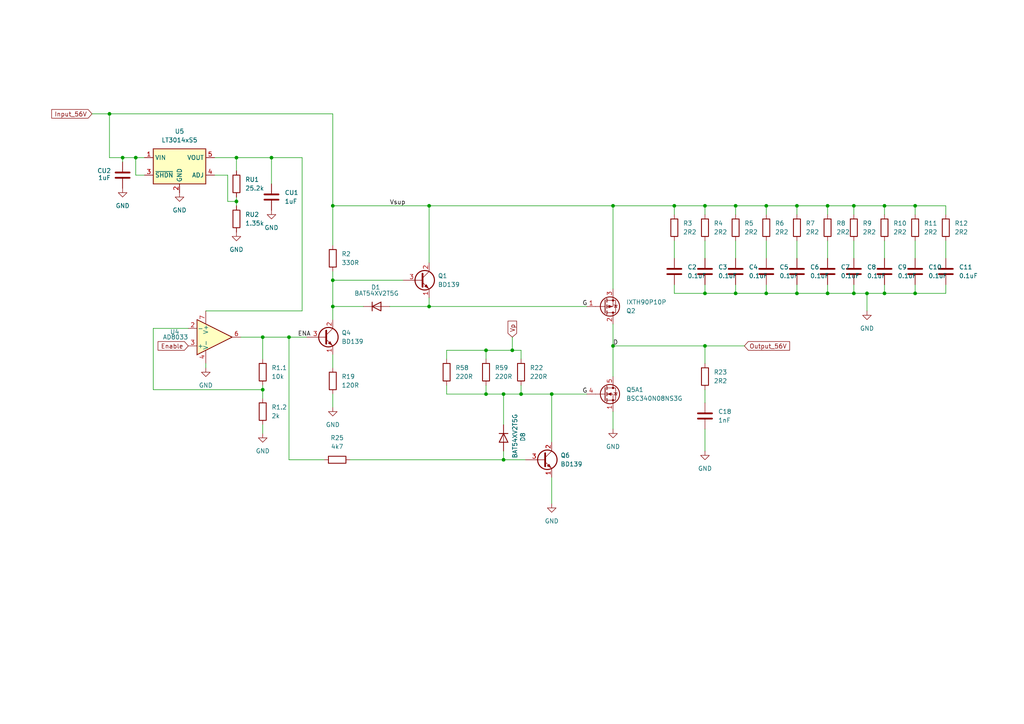
<source format=kicad_sch>
(kicad_sch (version 20231120) (generator "eeschema") (generator_version "8.0")
  (paper "A4")
  (lib_symbols
    (symbol "Amplifier_Operational:AD8001AR" (pin_names (offset 0.127))
      (property "Reference" "U4" (at -12.7 3.81 0))
      (property "Value" "AD8033" (at -7.62 0 0))
      (symbol "AD8001AR_0_1"
        (polyline (pts (xy -5.08 5.08) (xy 5.08 0) (xy -5.08 -5.08) (xy -5.08 5.08)) (stroke (width 0.254)) (fill (type background)))
      )
      (symbol "AD8001AR_1_1"
        (pin no_connect line (at -2.54 2.54 270) (length 2.54) hide (name "NC") (number "1"))
        (pin input line (at -7.62 -2.54 0) (length 2.54) (name "-") (number "2"))
        (pin input line (at -7.62 2.54 0) (length 2.54) (name "+") (number "3"))
        (pin power_in line (at -2.54 7.62 270) (length 3.81) (name "V-") (number "4"))
        (pin no_connect line (at 0 2.54 270) (length 2.54) hide (name "NC") (number "5"))
        (pin output line (at 7.62 0 180) (length 2.54) (name "~") (number "6"))
        (pin power_in line (at -2.54 -7.62 90) (length 3.81) (name "V+") (number "7"))
        (pin no_connect line (at 0 -2.54 90) (length 2.54) hide (name "NC") (number "8"))
      )
    )
    (symbol "Device:C" (pin_numbers hide) (pin_names (offset 0.254))
      (property "Reference" "C" (at 0.635 2.54 0))
      (property "Value" "C" (at 0.635 -2.54 0))
      (symbol "C_0_1"
        (polyline (pts (xy -2.032 -0.762) (xy 2.032 -0.762)) (stroke (width 0.508)))
        (polyline (pts (xy -2.032 0.762) (xy 2.032 0.762)) (stroke (width 0.508)))
      )
      (symbol "C_1_1"
        (pin passive line (at 0 3.81 270) (length 2.794) (name "~") (number "1"))
        (pin passive line (at 0 -3.81 90) (length 2.794) (name "~") (number "2"))
      )
    )
    (symbol "Device:Q_PMOS_SGD" (pin_names (offset 0) hide)
      (property "Reference" "Q2" (at 6.35 1.2701 0))
      (property "Value" "IXTH90P10P" (at 6.35 -1.2699 0))
      (symbol "Q_PMOS_SGD_0_1"
        (polyline (pts (xy 0.254 0) (xy -2.54 0)))
        (polyline (pts (xy 0.254 1.905) (xy 0.254 -1.905)) (stroke (width 0.254)))
        (polyline (pts (xy 0.762 -1.27) (xy 0.762 -2.286)) (stroke (width 0.254)))
        (polyline (pts (xy 0.762 0.508) (xy 0.762 -0.508)) (stroke (width 0.254)))
        (polyline (pts (xy 0.762 2.286) (xy 0.762 1.27)) (stroke (width 0.254)))
        (polyline (pts (xy 2.54 2.54) (xy 2.54 1.778)))
        (polyline (pts (xy 2.54 -2.54) (xy 2.54 0) (xy 0.762 0)))
        (polyline (pts (xy 0.762 1.778) (xy 3.302 1.778) (xy 3.302 -1.778) (xy 0.762 -1.778)))
        (polyline (pts (xy 2.286 0) (xy 1.27 0.381) (xy 1.27 -0.381) (xy 2.286 0)) (fill (type outline)))
        (polyline (pts (xy 2.794 -0.508) (xy 2.921 -0.381) (xy 3.683 -0.381) (xy 3.81 -0.254)))
        (polyline (pts (xy 3.302 -0.381) (xy 2.921 0.254) (xy 3.683 0.254) (xy 3.302 -0.381)))
        (circle (center 1.651 0) (radius 2.794) (stroke (width 0.254)))
        (circle (center 2.54 -1.778) (radius 0.254) (fill (type outline)))
        (circle (center 2.54 1.778) (radius 0.254) (fill (type outline)))
      )
      (symbol "Q_PMOS_SGD_1_1"
        (pin input line (at -5.08 0 0) (length 2.54) (name "G") (number "1"))
        (pin passive line (at 2.54 5.08 270) (length 2.54) (name "D") (number "2"))
        (pin passive line (at 2.54 -5.08 90) (length 2.54) (name "S") (number "3"))
      )
    )
    (symbol "Device:R" (pin_numbers hide) (pin_names (offset 0))
      (property "Reference" "R" (at 2.032 0 90))
      (property "Value" "R" (at 0 0 90))
      (symbol "R_0_1"
        (rectangle (start -1.016 -2.54) (end 1.016 2.54) (stroke (width 0.254)))
      )
      (symbol "R_1_1"
        (pin passive line (at 0 3.81 270) (length 1.27) (name "~") (number "1"))
        (pin passive line (at 0 -3.81 90) (length 1.27) (name "~") (number "2"))
      )
    )
    (symbol "Regulator_Linear:LT3014xS5"
      (property "Reference" "U" (at -6.985 6.35 0))
      (property "Value" "LT3014xS5" (at 5.08 6.35 0))
      (symbol "LT3014xS5_0_1"
        (rectangle (start -7.62 5.08) (end 7.62 -5.08) (stroke (width 0.254)) (fill (type background)))
      )
      (symbol "LT3014xS5_1_1"
        (pin power_in line (at -10.16 2.54 0) (length 2.54) (name "VIN") (number "1"))
        (pin power_in line (at 0 -7.62 90) (length 2.54) (name "GND") (number "2"))
        (pin input line (at -10.16 -2.54 0) (length 2.54) (name "~{SHDN}") (number "3"))
        (pin input line (at 10.16 -2.54 180) (length 2.54) (name "ADJ") (number "4"))
        (pin power_out line (at 10.16 2.54 180) (length 2.54) (name "VOUT") (number "5"))
      )
    )
    (symbol "Simulation_SPICE:DIODE" (pin_numbers hide) (pin_names (offset 1.016) hide)
      (property "Reference" "D" (at 0 2.54 0))
      (property "Value" "DIODE" (at 0 -2.54 0))
      (symbol "DIODE_0_1"
        (polyline (pts (xy 1.27 0) (xy -1.27 0)))
        (polyline (pts (xy 1.27 1.27) (xy 1.27 -1.27)) (stroke (width 0.254)))
        (polyline (pts (xy -1.27 -1.27) (xy -1.27 1.27) (xy 1.27 0) (xy -1.27 -1.27)) (stroke (width 0.254)))
      )
      (symbol "DIODE_1_1"
        (pin passive line (at -3.81 0 0) (length 2.54) (name "A") (number "1"))
        (pin passive line (at 3.81 0 180) (length 2.54) (name "K") (number "2"))
      )
    )
    (symbol "Transistor_BJT:BD139" (pin_names (offset 0) hide)
      (property "Reference" "Q" (at 5.08 1.905 0))
      (property "Value" "BD139" (at 5.08 0 0))
      (symbol "BD139_0_1"
        (polyline (pts (xy 0 0) (xy 0.635 0)))
        (polyline (pts (xy 2.54 -2.54) (xy 0.635 -0.635)))
        (polyline (pts (xy 2.54 2.54) (xy 0.635 0.635)))
        (polyline (pts (xy 0.635 1.905) (xy 0.635 -1.905) (xy 0.635 -1.905)) (stroke (width 0.508)) (fill (type outline)))
        (polyline (pts (xy 1.2446 -1.778) (xy 1.7526 -1.27) (xy 2.286 -2.286) (xy 1.2446 -1.778) (xy 1.2446 -1.778)) (fill (type outline)))
        (circle (center 1.27 0) (radius 2.8194) (stroke (width 0.3048)))
      )
      (symbol "BD139_1_1"
        (pin passive line (at 2.54 -5.08 90) (length 2.54) (name "E") (number "1"))
        (pin passive line (at 2.54 5.08 270) (length 2.54) (name "C") (number "2"))
        (pin input line (at -5.08 0 0) (length 5.08) (name "B") (number "3"))
      )
    )
    (symbol "Transistor_FET:BSC340N08NS3G" (pin_names hide)
      (property "Reference" "Q" (at 5.08 1.905 0))
      (property "Value" "BSC340N08NS3G" (at 5.08 0 0))
      (symbol "BSC340N08NS3G_0_1"
        (polyline (pts (xy 0.254 0) (xy -2.54 0)))
        (polyline (pts (xy 0.254 1.905) (xy 0.254 -1.905)) (stroke (width 0.254)))
        (polyline (pts (xy 0.762 -1.27) (xy 0.762 -2.286)) (stroke (width 0.254)))
        (polyline (pts (xy 0.762 0.508) (xy 0.762 -0.508)) (stroke (width 0.254)))
        (polyline (pts (xy 0.762 2.286) (xy 0.762 1.27)) (stroke (width 0.254)))
        (polyline (pts (xy 2.54 2.54) (xy 2.54 1.778)))
        (polyline (pts (xy 2.54 -2.54) (xy 2.54 0) (xy 0.762 0)))
        (polyline (pts (xy 0.762 -1.778) (xy 3.302 -1.778) (xy 3.302 1.778) (xy 0.762 1.778)))
        (polyline (pts (xy 1.016 0) (xy 2.032 0.381) (xy 2.032 -0.381) (xy 1.016 0)) (fill (type outline)))
        (polyline (pts (xy 2.794 0.508) (xy 2.921 0.381) (xy 3.683 0.381) (xy 3.81 0.254)))
        (polyline (pts (xy 3.302 0.381) (xy 2.921 -0.254) (xy 3.683 -0.254) (xy 3.302 0.381)))
        (circle (center 1.651 0) (radius 2.794) (stroke (width 0.254)))
        (circle (center 2.54 -1.778) (radius 0.254) (fill (type outline)))
        (circle (center 2.54 1.778) (radius 0.254) (fill (type outline)))
      )
      (symbol "BSC340N08NS3G_1_1"
        (pin passive line (at 2.54 -5.08 90) (length 2.54) (name "S") (number "1"))
        (pin passive line (at 2.54 -5.08 90) (length 2.54) hide (name "S") (number "2"))
        (pin passive line (at 2.54 -5.08 90) (length 2.54) hide (name "S") (number "3"))
        (pin passive line (at -5.08 0 0) (length 2.54) (name "G") (number "4"))
        (pin passive line (at 2.54 5.08 270) (length 2.54) (name "D") (number "5"))
      )
    )
    (symbol "power:GND" (power) (pin_names (offset 0))
      (property "Value" "GND" (at 0 -3.81 0))
      (symbol "GND_0_1"
        (polyline (pts (xy 0 0) (xy 0 -1.27) (xy 1.27 -1.27) (xy 0 -2.54) (xy -1.27 -1.27) (xy 0 -1.27)))
      )
      (symbol "GND_1_1"
        (pin power_in line (at 0 0 270) (length 0) hide (name "GND") (number "1"))
      )
    )
  )
  (junction (at 256.54 59.69))
  (junction (at 213.36 85.09))
  (junction (at 96.52 81.28))
  (junction (at 146.05 133.35))
  (junction (at 78.74 45.72))
  (junction (at 247.65 59.69))
  (junction (at 124.46 88.9))
  (junction (at 160.02 114.3))
  (junction (at 256.54 85.09))
  (junction (at 213.36 59.69))
  (junction (at 231.14 85.09))
  (junction (at 251.46 85.09))
  (junction (at 204.47 59.69))
  (junction (at 231.14 59.69))
  (junction (at 68.58 45.72))
  (junction (at 240.03 59.69))
  (junction (at 39.37 45.72))
  (junction (at 83.82 97.79))
  (junction (at 96.52 88.9))
  (junction (at 68.58 58.42))
  (junction (at 204.47 100.33))
  (junction (at 265.43 59.69))
  (junction (at 177.8 59.69))
  (junction (at 240.03 85.09))
  (junction (at 35.56 45.72))
  (junction (at 195.58 59.69))
  (junction (at 96.52 59.69))
  (junction (at 177.8 100.33))
  (junction (at 204.47 85.09))
  (junction (at 146.05 114.3))
  (junction (at 76.2 97.79))
  (junction (at 124.46 59.69))
  (junction (at 140.97 114.3))
  (junction (at 76.2 113.03))
  (junction (at 247.65 85.09))
  (junction (at 222.25 59.69))
  (junction (at 151.13 114.3))
  (junction (at 140.97 101.6))
  (junction (at 148.59 101.6))
  (junction (at 31.75 33.02))
  (junction (at 265.43 85.09))
  (junction (at 222.25 85.09))
  (wire (pts (xy 62.23 45.72) (xy 68.58 45.72)))
  (wire (pts (xy 274.32 62.23) (xy 274.32 59.69)))
  (wire (pts (xy 146.05 114.3) (xy 146.05 123.19)))
  (wire (pts (xy 140.97 101.6) (xy 148.59 101.6)))
  (wire (pts (xy 247.65 82.55) (xy 247.65 85.09)))
  (wire (pts (xy 222.25 85.09) (xy 231.14 85.09)))
  (wire (pts (xy 31.75 33.02) (xy 31.75 45.72)))
  (wire (pts (xy 213.36 82.55) (xy 213.36 85.09)))
  (wire (pts (xy 213.36 85.09) (xy 222.25 85.09)))
  (wire (pts (xy 124.46 59.69) (xy 177.8 59.69)))
  (wire (pts (xy 231.14 59.69) (xy 231.14 62.23)))
  (wire (pts (xy 96.52 102.87) (xy 96.52 106.68)))
  (wire (pts (xy 231.14 85.09) (xy 240.03 85.09)))
  (wire (pts (xy 93.98 133.35) (xy 83.82 133.35)))
  (wire (pts (xy 78.74 45.72) (xy 87.63 45.72)))
  (wire (pts (xy 160.02 114.3) (xy 160.02 128.27)))
  (wire (pts (xy 195.58 59.69) (xy 195.58 62.23)))
  (wire (pts (xy 265.43 59.69) (xy 265.43 62.23)))
  (wire (pts (xy 87.63 45.72) (xy 87.63 90.17)))
  (wire (pts (xy 256.54 82.55) (xy 256.54 85.09)))
  (wire (pts (xy 96.52 88.9) (xy 105.41 88.9)))
  (wire (pts (xy 146.05 133.35) (xy 152.4 133.35)))
  (wire (pts (xy 96.52 81.28) (xy 116.84 81.28)))
  (wire (pts (xy 96.52 88.9) (xy 96.52 92.71)))
  (wire (pts (xy 256.54 59.69) (xy 247.65 59.69)))
  (wire (pts (xy 66.04 58.42) (xy 68.58 58.42)))
  (wire (pts (xy 204.47 113.03) (xy 204.47 116.84)))
  (wire (pts (xy 247.65 85.09) (xy 251.46 85.09)))
  (wire (pts (xy 76.2 97.79) (xy 83.82 97.79)))
  (wire (pts (xy 76.2 123.19) (xy 76.2 125.73)))
  (wire (pts (xy 76.2 111.76) (xy 76.2 113.03)))
  (wire (pts (xy 256.54 59.69) (xy 256.54 62.23)))
  (wire (pts (xy 240.03 85.09) (xy 247.65 85.09)))
  (wire (pts (xy 129.54 101.6) (xy 140.97 101.6)))
  (wire (pts (xy 247.65 69.85) (xy 247.65 74.93)))
  (wire (pts (xy 265.43 69.85) (xy 265.43 74.93)))
  (wire (pts (xy 140.97 114.3) (xy 129.54 114.3)))
  (wire (pts (xy 62.23 50.8) (xy 66.04 50.8)))
  (wire (pts (xy 83.82 97.79) (xy 83.82 133.35)))
  (wire (pts (xy 256.54 85.09) (xy 265.43 85.09)))
  (wire (pts (xy 204.47 100.33) (xy 215.9 100.33)))
  (wire (pts (xy 231.14 59.69) (xy 222.25 59.69)))
  (wire (pts (xy 195.58 69.85) (xy 195.58 74.93)))
  (wire (pts (xy 96.52 33.02) (xy 96.52 59.69)))
  (wire (pts (xy 31.75 45.72) (xy 35.56 45.72)))
  (wire (pts (xy 68.58 49.53) (xy 68.58 45.72)))
  (wire (pts (xy 265.43 82.55) (xy 265.43 85.09)))
  (wire (pts (xy 240.03 82.55) (xy 240.03 85.09)))
  (wire (pts (xy 177.8 59.69) (xy 177.8 83.82)))
  (wire (pts (xy 240.03 69.85) (xy 240.03 74.93)))
  (wire (pts (xy 213.36 69.85) (xy 213.36 74.93)))
  (wire (pts (xy 222.25 69.85) (xy 222.25 74.93)))
  (wire (pts (xy 240.03 59.69) (xy 231.14 59.69)))
  (wire (pts (xy 251.46 85.09) (xy 256.54 85.09)))
  (wire (pts (xy 44.45 113.03) (xy 76.2 113.03)))
  (wire (pts (xy 204.47 59.69) (xy 195.58 59.69)))
  (wire (pts (xy 160.02 114.3) (xy 170.18 114.3)))
  (wire (pts (xy 96.52 81.28) (xy 96.52 88.9)))
  (wire (pts (xy 265.43 85.09) (xy 274.32 85.09)))
  (wire (pts (xy 204.47 59.69) (xy 204.47 62.23)))
  (wire (pts (xy 213.36 59.69) (xy 204.47 59.69)))
  (wire (pts (xy 274.32 85.09) (xy 274.32 82.55)))
  (wire (pts (xy 83.82 97.79) (xy 88.9 97.79)))
  (wire (pts (xy 151.13 114.3) (xy 146.05 114.3)))
  (wire (pts (xy 204.47 124.46) (xy 204.47 130.81)))
  (wire (pts (xy 146.05 130.81) (xy 146.05 133.35)))
  (wire (pts (xy 41.91 50.8) (xy 39.37 50.8)))
  (wire (pts (xy 204.47 85.09) (xy 213.36 85.09)))
  (wire (pts (xy 151.13 114.3) (xy 160.02 114.3)))
  (wire (pts (xy 44.45 95.25) (xy 44.45 113.03)))
  (wire (pts (xy 177.8 59.69) (xy 195.58 59.69)))
  (wire (pts (xy 204.47 105.41) (xy 204.47 100.33)))
  (wire (pts (xy 39.37 50.8) (xy 39.37 45.72)))
  (wire (pts (xy 39.37 45.72) (xy 41.91 45.72)))
  (wire (pts (xy 231.14 69.85) (xy 231.14 74.93)))
  (wire (pts (xy 204.47 69.85) (xy 204.47 74.93)))
  (wire (pts (xy 247.65 59.69) (xy 247.65 62.23)))
  (wire (pts (xy 148.59 97.79) (xy 148.59 101.6)))
  (wire (pts (xy 160.02 138.43) (xy 160.02 146.05)))
  (wire (pts (xy 69.85 97.79) (xy 76.2 97.79)))
  (wire (pts (xy 222.25 82.55) (xy 222.25 85.09)))
  (wire (pts (xy 78.74 45.72) (xy 78.74 53.34)))
  (wire (pts (xy 66.04 50.8) (xy 66.04 58.42)))
  (wire (pts (xy 247.65 59.69) (xy 240.03 59.69)))
  (wire (pts (xy 204.47 82.55) (xy 204.47 85.09)))
  (wire (pts (xy 195.58 82.55) (xy 195.58 85.09)))
  (wire (pts (xy 76.2 97.79) (xy 76.2 104.14)))
  (wire (pts (xy 265.43 59.69) (xy 256.54 59.69)))
  (wire (pts (xy 26.67 33.02) (xy 31.75 33.02)))
  (wire (pts (xy 68.58 57.15) (xy 68.58 58.42)))
  (wire (pts (xy 96.52 78.74) (xy 96.52 81.28)))
  (wire (pts (xy 151.13 101.6) (xy 151.13 104.14)))
  (wire (pts (xy 177.8 119.38) (xy 177.8 124.46)))
  (wire (pts (xy 177.8 100.33) (xy 177.8 109.22)))
  (wire (pts (xy 195.58 85.09) (xy 204.47 85.09)))
  (wire (pts (xy 129.54 104.14) (xy 129.54 101.6)))
  (wire (pts (xy 124.46 59.69) (xy 124.46 76.2)))
  (wire (pts (xy 124.46 88.9) (xy 170.18 88.9)))
  (wire (pts (xy 213.36 59.69) (xy 213.36 62.23)))
  (wire (pts (xy 68.58 58.42) (xy 68.58 59.69)))
  (wire (pts (xy 68.58 45.72) (xy 78.74 45.72)))
  (wire (pts (xy 256.54 69.85) (xy 256.54 74.93)))
  (wire (pts (xy 240.03 59.69) (xy 240.03 62.23)))
  (wire (pts (xy 231.14 82.55) (xy 231.14 85.09)))
  (wire (pts (xy 140.97 101.6) (xy 140.97 104.14)))
  (wire (pts (xy 113.03 88.9) (xy 124.46 88.9)))
  (wire (pts (xy 129.54 111.76) (xy 129.54 114.3)))
  (wire (pts (xy 124.46 86.36) (xy 124.46 88.9)))
  (wire (pts (xy 59.69 105.41) (xy 59.69 106.68)))
  (wire (pts (xy 35.56 45.72) (xy 39.37 45.72)))
  (wire (pts (xy 222.25 59.69) (xy 222.25 62.23)))
  (wire (pts (xy 146.05 114.3) (xy 140.97 114.3)))
  (wire (pts (xy 35.56 46.99) (xy 35.56 45.72)))
  (wire (pts (xy 87.63 90.17) (xy 59.69 90.17)))
  (wire (pts (xy 96.52 114.3) (xy 96.52 118.11)))
  (wire (pts (xy 177.8 93.98) (xy 177.8 100.33)))
  (wire (pts (xy 140.97 111.76) (xy 140.97 114.3)))
  (wire (pts (xy 222.25 59.69) (xy 213.36 59.69)))
  (wire (pts (xy 96.52 59.69) (xy 96.52 71.12)))
  (wire (pts (xy 151.13 111.76) (xy 151.13 114.3)))
  (wire (pts (xy 274.32 69.85) (xy 274.32 74.93)))
  (wire (pts (xy 76.2 113.03) (xy 76.2 115.57)))
  (wire (pts (xy 101.6 133.35) (xy 146.05 133.35)))
  (wire (pts (xy 274.32 59.69) (xy 265.43 59.69)))
  (wire (pts (xy 251.46 85.09) (xy 251.46 90.17)))
  (wire (pts (xy 44.45 95.25) (xy 54.61 95.25)))
  (wire (pts (xy 31.75 33.02) (xy 96.52 33.02)))
  (wire (pts (xy 177.8 100.33) (xy 204.47 100.33)))
  (wire (pts (xy 148.59 101.6) (xy 151.13 101.6)))
  (wire (pts (xy 96.52 59.69) (xy 124.46 59.69)))
  (label "G" (at 168.91 88.9 0))
  (label "G" (at 168.91 114.3 0))
  (label "ENA" (at 86.36 97.79 0))
  (label "D" (at 177.8 100.33 0))
  (label "Vsup" (at 113.03 59.69 0))
  (global_label "Enable" (shape input) (at 54.61 100.33 180) (property "Intersheetrefs" "${INTERSHEET_REFS}" (effects (hide yes))))
  (global_label "Vp" (shape input) (at 148.59 97.79 90) (property "Intersheetrefs" "${INTERSHEET_REFS}" (effects (hide yes))))
  (global_label "Output_56V" (shape input) (at 215.9 100.33 0) (property "Intersheetrefs" "${INTERSHEET_REFS}" (effects (hide yes))))
  (global_label "Input_56V" (shape input) (at 26.67 33.02 180) (property "Intersheetrefs" "${INTERSHEET_REFS}" (effects (hide yes))))
  (symbol (lib_id "Device:C") (at 274.32 78.74 0) (unit 1)
    (property "Reference" "C11" (at 278.13 77.4699 0) (effects (justify left)))
    (property "Value" "0.1uF" (at 278.13 80.0099 0) (effects (justify left)))
    (property "Footprint" "Capacitor_SMD:C_0603_1608Metric_Pad1.08x0.95mm_HandSolder" (effects (hide yes)))
  )
  (symbol (lib_id "power:GND") (at 68.58 67.31 0) (unit 1)
    (property "Reference" "#PWR052" (effects (hide yes)))
    (property "Value" "GND" (at 68.58 72.39 0))
  )
  (symbol (lib_id "Device:C") (at 256.54 78.74 0) (unit 1)
    (property "Reference" "C9" (at 260.35 77.4699 0) (effects (justify left)))
    (property "Value" "0.1uF" (at 260.35 80.0099 0) (effects (justify left)))
    (property "Footprint" "Capacitor_SMD:C_0603_1608Metric_Pad1.08x0.95mm_HandSolder" (effects (hide yes)))
  )
  (symbol (lib_id "power:GND") (at 96.52 118.11 0) (unit 1)
    (property "Reference" "#PWR040" (effects (hide yes)))
    (property "Value" "GND" (at 96.52 123.19 0))
  )
  (symbol (lib_id "Device:C") (at 35.56 50.8 0) (unit 1)
    (property "Reference" "CU2" (at 28.194 49.53 0) (effects (justify left)))
    (property "Value" "1uF" (at 28.448 51.562 0) (effects (justify left)))
    (property "Footprint" "Capacitor_SMD:C_0603_1608Metric_Pad1.08x0.95mm_HandSolder" (effects (hide yes)))
  )
  (symbol (lib_id "power:GND") (at 160.02 146.05 0) (unit 1)
    (property "Reference" "#PWR042" (effects (hide yes)))
    (property "Value" "GND" (at 160.02 151.13 0))
  )
  (symbol (lib_id "Simulation_SPICE:DIODE") (at 109.22 88.9 180) (unit 1)
    (property "Reference" "D1" (at 108.966 83.312 0))
    (property "Value" "BAT54XV2T5G" (at 109.22 85.09 0))
    (property "Footprint" "Library:D_SOD-523_new" (effects (hide yes)))
    (property "Sim.Device" "SPICE" (effects (hide yes)))
    (property "Sim.Params" "type=\"D\" model=\"BAT54XV2T5G\" lib=\"\"" (effects (hide yes)))
    (property "Sim.Pins" "1=1 2=2" (effects (hide yes)))
  )
  (symbol (lib_id "power:GND") (at 78.74 60.96 0) (unit 1)
    (property "Reference" "#PWR051" (effects (hide yes)))
    (property "Value" "GND" (at 78.74 66.04 0))
  )
  (symbol (lib_id "Device:C") (at 231.14 78.74 0) (unit 1)
    (property "Reference" "C6" (at 234.95 77.4699 0) (effects (justify left)))
    (property "Value" "0.1uF" (at 234.95 80.0099 0) (effects (justify left)))
    (property "Footprint" "Capacitor_SMD:C_0603_1608Metric_Pad1.08x0.95mm_HandSolder" (effects (hide yes)))
  )
  (symbol (lib_id "Transistor_BJT:BD139") (at 93.98 97.79 0) (unit 1)
    (property "Reference" "Q4" (at 99.06 96.5199 0) (effects (justify left)))
    (property "Value" "BD139" (at 99.06 99.0599 0) (effects (justify left)))
    (property "Footprint" "Package_TO_SOT_THT:TO-126-3_Vertical" (effects (hide yes)))
    (property "Datasheet" "http://www.st.com/internet/com/TECHNICAL_RESOURCES/TECHNICAL_LITERATURE/DATASHEET/CD00001225.pdf" (effects (hide yes)))
  )
  (symbol (lib_id "power:GND") (at 204.47 130.81 0) (unit 1)
    (property "Reference" "#PWR044" (effects (hide yes)))
    (property "Value" "GND" (at 204.47 135.89 0))
  )
  (symbol (lib_id "Device:R") (at 151.13 107.95 0) (unit 1)
    (property "Reference" "R22" (at 153.67 106.6799 0) (effects (justify left)))
    (property "Value" "220R" (at 153.67 109.2199 0) (effects (justify left)))
    (property "Footprint" "Resistor_SMD:R_0603_1608Metric_Pad0.98x0.95mm_HandSolder" (effects (hide yes)))
  )
  (symbol (lib_id "Transistor_FET:BSC340N08NS3G") (at 175.26 114.3 0) (unit 1)
    (property "Reference" "Q5A1" (at 181.61 113.0299 0) (effects (justify left)))
    (property "Value" "BSC340N08NS3G" (at 181.61 115.5699 0) (effects (justify left)))
    (property "Footprint" "Package_TO_SOT_SMD:TDSON-8-1" (effects (hide yes)))
    (property "Datasheet" "http://www.infineon.com/dgdl/Infineon-BSC340N08NS3G-DS-v02_06-en.pdf?fileId=db3a30431add1d95011ae81c21f2563a" (effects (hide yes)))
  )
  (symbol (lib_id "Device:R") (at 213.36 66.04 0) (unit 1)
    (property "Reference" "R5" (at 215.9 64.7699 0) (effects (justify left)))
    (property "Value" "2R2" (at 215.9 67.3099 0) (effects (justify left)))
    (property "Footprint" "Resistor_SMD:R_2512_6332Metric_Pad1.40x3.35mm_HandSolder" (effects (hide yes)))
  )
  (symbol (lib_id "Transistor_BJT:BD139") (at 157.48 133.35 0) (unit 1)
    (property "Reference" "Q6" (at 162.56 132.0799 0) (effects (justify left)))
    (property "Value" "BD139" (at 162.56 134.6199 0) (effects (justify left)))
    (property "Footprint" "Package_TO_SOT_THT:TO-126-3_Vertical" (effects (hide yes)))
    (property "Datasheet" "http://www.st.com/internet/com/TECHNICAL_RESOURCES/TECHNICAL_LITERATURE/DATASHEET/CD00001225.pdf" (effects (hide yes)))
  )
  (symbol (lib_id "Device:R") (at 96.52 110.49 0) (unit 1)
    (property "Reference" "R19" (at 99.06 109.2199 0) (effects (justify left)))
    (property "Value" "120R" (at 99.06 111.7599 0) (effects (justify left)))
    (property "Footprint" "Resistor_SMD:R_0603_1608Metric_Pad0.98x0.95mm_HandSolder" (effects (hide yes)))
  )
  (symbol (lib_id "Device:R") (at 204.47 109.22 0) (unit 1)
    (property "Reference" "R23" (at 207.01 107.9499 0) (effects (justify left)))
    (property "Value" "2R2" (at 207.01 110.4899 0) (effects (justify left)))
    (property "Footprint" "Resistor_SMD:R_0603_1608Metric_Pad0.98x0.95mm_HandSolder" (effects (hide yes)))
  )
  (symbol (lib_id "Device:C") (at 204.47 78.74 0) (unit 1)
    (property "Reference" "C3" (at 208.28 77.4699 0) (effects (justify left)))
    (property "Value" "0.1uF" (at 208.28 80.0099 0) (effects (justify left)))
    (property "Footprint" "Capacitor_SMD:C_0603_1608Metric_Pad1.08x0.95mm_HandSolder" (effects (hide yes)))
  )
  (symbol (lib_id "Device:C") (at 222.25 78.74 0) (unit 1)
    (property "Reference" "C5" (at 226.06 77.4699 0) (effects (justify left)))
    (property "Value" "0.1uF" (at 226.06 80.0099 0) (effects (justify left)))
    (property "Footprint" "Capacitor_SMD:C_0603_1608Metric_Pad1.08x0.95mm_HandSolder" (effects (hide yes)))
  )
  (symbol (lib_id "Device:R") (at 222.25 66.04 0) (unit 1)
    (property "Reference" "R6" (at 224.79 64.7699 0) (effects (justify left)))
    (property "Value" "2R2" (at 224.79 67.3099 0) (effects (justify left)))
    (property "Footprint" "Resistor_SMD:R_2512_6332Metric_Pad1.40x3.35mm_HandSolder" (effects (hide yes)))
  )
  (symbol (lib_id "Device:C") (at 78.74 57.15 0) (unit 1)
    (property "Reference" "CU1" (at 82.55 55.8799 0) (effects (justify left)))
    (property "Value" "1uF" (at 82.55 58.4199 0) (effects (justify left)))
    (property "Footprint" "Capacitor_SMD:C_0603_1608Metric_Pad1.08x0.95mm_HandSolder" (effects (hide yes)))
  )
  (symbol (lib_id "Device:R") (at 195.58 66.04 0) (unit 1)
    (property "Reference" "R3" (at 198.12 64.7699 0) (effects (justify left)))
    (property "Value" "2R2" (at 198.12 67.3099 0) (effects (justify left)))
    (property "Footprint" "Resistor_SMD:R_2512_6332Metric_Pad1.40x3.35mm_HandSolder" (effects (hide yes)))
  )
  (symbol (lib_id "power:GND") (at 52.07 55.88 0) (unit 1)
    (property "Reference" "#PWR055" (effects (hide yes)))
    (property "Value" "GND" (at 52.07 60.96 0))
  )
  (symbol (lib_id "power:GND") (at 177.8 124.46 0) (unit 1)
    (property "Reference" "#PWR043" (effects (hide yes)))
    (property "Value" "GND" (at 177.8 129.54 0))
  )
  (symbol (lib_id "Amplifier_Operational:AD8001AR") (at 62.23 97.79 0) (mirror x) (unit 1)
    (property "Reference" "U4" (at 52.07 96.266 0) (effects (justify right)))
    (property "Value" "AD8033" (at 54.61 97.79 0) (effects (justify right)))
    (property "Footprint" "Package_SO:SOIC-8_3.9x4.9mm_P1.27mm" (effects (hide yes)))
    (property "Datasheet" "https://www.analog.com/media/en/technical-documentation/data-sheets/ad8001.pdf" (effects (hide yes)))
  )
  (symbol (lib_id "Device:C") (at 240.03 78.74 0) (unit 1)
    (property "Reference" "C7" (at 243.84 77.4699 0) (effects (justify left)))
    (property "Value" "0.1uF" (at 243.84 80.0099 0) (effects (justify left)))
    (property "Footprint" "Capacitor_SMD:C_0603_1608Metric_Pad1.08x0.95mm_HandSolder" (effects (hide yes)))
  )
  (symbol (lib_id "Simulation_SPICE:DIODE") (at 146.05 127 90) (unit 1)
    (property "Reference" "D8" (at 151.638 126.746 0))
    (property "Value" "BAT54XV2T5G" (at 149.352 126.492 0))
    (property "Footprint" "Library:D_SOD-523_new" (effects (hide yes)))
    (property "Sim.Device" "SPICE" (effects (hide yes)))
    (property "Sim.Params" "type=\"D\" model=\"BAT54XV2T5G\" lib=\"\"" (effects (hide yes)))
    (property "Sim.Pins" "1=1 2=2" (effects (hide yes)))
  )
  (symbol (lib_id "Device:R") (at 68.58 53.34 0) (unit 1)
    (property "Reference" "RU1" (at 71.12 52.0699 0) (effects (justify left)))
    (property "Value" "25.2k" (at 71.12 54.6099 0) (effects (justify left)))
    (property "Footprint" "Resistor_SMD:R_0603_1608Metric_Pad0.98x0.95mm_HandSolder" (effects (hide yes)))
  )
  (symbol (lib_id "Regulator_Linear:LT3014xS5") (at 52.07 48.26 0) (unit 1)
    (property "Reference" "U5" (at 52.07 38.1 0))
    (property "Value" "LT3014xS5" (at 52.07 40.64 0))
    (property "Footprint" "Package_TO_SOT_SMD:SOT-23-5" (effects (hide yes)))
    (property "Datasheet" "https://www.analog.com/media/en/technical-documentation/data-sheets/3014fd.pdf" (effects (hide yes)))
    (property "Description" "20mA output, 3V..80Vin, High voltage low-dropout regulator, SOT-23-5" (effects (hide yes)))
  )
  (symbol (lib_id "Device:R") (at 68.58 63.5 0) (unit 1)
    (property "Reference" "RU2" (at 71.12 62.2299 0) (effects (justify left)))
    (property "Value" "1.35k" (at 71.12 64.7699 0) (effects (justify left)))
    (property "Footprint" "Resistor_SMD:R_0603_1608Metric_Pad0.98x0.95mm_HandSolder" (effects (hide yes)))
  )
  (symbol (lib_id "Device:C") (at 204.47 120.65 0) (unit 1)
    (property "Reference" "C18" (at 208.28 119.3799 0) (effects (justify left)))
    (property "Value" "1nF" (at 208.28 121.9199 0) (effects (justify left)))
    (property "Footprint" "Capacitor_SMD:C_0603_1608Metric_Pad1.08x0.95mm_HandSolder" (effects (hide yes)))
  )
  (symbol (lib_id "Device:C") (at 247.65 78.74 0) (unit 1)
    (property "Reference" "C8" (at 251.46 77.4699 0) (effects (justify left)))
    (property "Value" "0.1uF" (at 251.46 80.0099 0) (effects (justify left)))
    (property "Footprint" "Capacitor_SMD:C_0603_1608Metric_Pad1.08x0.95mm_HandSolder" (effects (hide yes)))
  )
  (symbol (lib_id "power:GND") (at 35.56 54.61 0) (unit 1)
    (property "Reference" "#PWR053" (effects (hide yes)))
    (property "Value" "GND" (at 35.56 59.69 0))
  )
  (symbol (lib_id "Device:R") (at 96.52 74.93 0) (unit 1)
    (property "Reference" "R2" (at 99.06 73.6599 0) (effects (justify left)))
    (property "Value" "330R" (at 99.06 76.1999 0) (effects (justify left)))
    (property "Footprint" "Resistor_SMD:R_0603_1608Metric_Pad0.98x0.95mm_HandSolder" (effects (hide yes)))
  )
  (symbol (lib_id "power:GND") (at 251.46 90.17 0) (unit 1)
    (property "Reference" "#PWR045" (effects (hide yes)))
    (property "Value" "GND" (at 251.46 95.25 0))
  )
  (symbol (lib_id "power:GND") (at 76.2 125.73 0) (unit 1)
    (property "Reference" "#PWR039" (effects (hide yes)))
    (property "Value" "GND" (at 76.2 130.81 0))
  )
  (symbol (lib_id "Device:R") (at 265.43 66.04 0) (unit 1)
    (property "Reference" "R11" (at 267.97 64.7699 0) (effects (justify left)))
    (property "Value" "2R2" (at 267.97 67.3099 0) (effects (justify left)))
    (property "Footprint" "Resistor_SMD:R_2512_6332Metric_Pad1.40x3.35mm_HandSolder" (effects (hide yes)))
  )
  (symbol (lib_id "Device:R") (at 129.54 107.95 0) (unit 1)
    (property "Reference" "R58" (at 132.08 106.6799 0) (effects (justify left)))
    (property "Value" "220R" (at 132.08 109.2199 0) (effects (justify left)))
    (property "Footprint" "Resistor_SMD:R_0603_1608Metric_Pad0.98x0.95mm_HandSolder" (effects (hide yes)))
  )
  (symbol (lib_id "Device:C") (at 265.43 78.74 0) (unit 1)
    (property "Reference" "C10" (at 269.24 77.4699 0) (effects (justify left)))
    (property "Value" "0.1uF" (at 269.24 80.0099 0) (effects (justify left)))
    (property "Footprint" "Capacitor_SMD:C_0603_1608Metric_Pad1.08x0.95mm_HandSolder" (effects (hide yes)))
  )
  (symbol (lib_id "Device:R") (at 97.79 133.35 90) (unit 1)
    (property "Reference" "R25" (at 97.79 127 90))
    (property "Value" "4k7" (at 97.79 129.54 90))
    (property "Footprint" "Resistor_SMD:R_0603_1608Metric_Pad0.98x0.95mm_HandSolder" (effects (hide yes)))
  )
  (symbol (lib_id "Device:R") (at 76.2 119.38 0) (unit 1)
    (property "Reference" "R1.2" (at 78.74 118.11 0) (effects (justify left)))
    (property "Value" "2k" (at 78.74 120.65 0) (effects (justify left)))
    (property "Footprint" "Resistor_SMD:R_0603_1608Metric_Pad0.98x0.95mm_HandSolder" (effects (hide yes)))
  )
  (symbol (lib_id "Device:R") (at 256.54 66.04 0) (unit 1)
    (property "Reference" "R10" (at 259.08 64.7699 0) (effects (justify left)))
    (property "Value" "2R2" (at 259.08 67.3099 0) (effects (justify left)))
    (property "Footprint" "Resistor_SMD:R_2512_6332Metric_Pad1.40x3.35mm_HandSolder" (effects (hide yes)))
  )
  (symbol (lib_id "power:GND") (at 59.69 106.68 0) (unit 1)
    (property "Reference" "#PWR038" (effects (hide yes)))
    (property "Value" "GND" (at 59.69 111.76 0))
  )
  (symbol (lib_id "Device:R") (at 76.2 107.95 0) (unit 1)
    (property "Reference" "R1.1" (at 78.74 106.68 0) (effects (justify left)))
    (property "Value" "10k" (at 78.74 109.22 0) (effects (justify left)))
    (property "Footprint" "Resistor_SMD:R_0603_1608Metric_Pad0.98x0.95mm_HandSolder" (effects (hide yes)))
  )
  (symbol (lib_id "Device:C") (at 213.36 78.74 0) (unit 1)
    (property "Reference" "C4" (at 217.17 77.4699 0) (effects (justify left)))
    (property "Value" "0.1uF" (at 217.17 80.0099 0) (effects (justify left)))
    (property "Footprint" "Capacitor_SMD:C_0603_1608Metric_Pad1.08x0.95mm_HandSolder" (effects (hide yes)))
  )
  (symbol (lib_id "Transistor_BJT:BD139") (at 121.92 81.28 0) (unit 1)
    (property "Reference" "Q1" (at 127 80.0099 0) (effects (justify left)))
    (property "Value" "BD139" (at 127 82.5499 0) (effects (justify left)))
    (property "Footprint" "Package_TO_SOT_THT:TO-126-3_Vertical" (effects (hide yes)))
    (property "Datasheet" "http://www.st.com/internet/com/TECHNICAL_RESOURCES/TECHNICAL_LITERATURE/DATASHEET/CD00001225.pdf" (effects (hide yes)))
  )
  (symbol (lib_id "Device:R") (at 240.03 66.04 0) (unit 1)
    (property "Reference" "R8" (at 242.57 64.7699 0) (effects (justify left)))
    (property "Value" "2R2" (at 242.57 67.3099 0) (effects (justify left)))
    (property "Footprint" "Resistor_SMD:R_2512_6332Metric_Pad1.40x3.35mm_HandSolder" (effects (hide yes)))
  )
  (symbol (lib_id "Device:R") (at 140.97 107.95 0) (unit 1)
    (property "Reference" "R59" (at 143.51 106.6799 0) (effects (justify left)))
    (property "Value" "220R" (at 143.51 109.2199 0) (effects (justify left)))
    (property "Footprint" "Resistor_SMD:R_0603_1608Metric_Pad0.98x0.95mm_HandSolder" (effects (hide yes)))
  )
  (symbol (lib_id "Device:R") (at 274.32 66.04 0) (unit 1)
    (property "Reference" "R12" (at 276.86 64.7699 0) (effects (justify left)))
    (property "Value" "2R2" (at 276.86 67.3099 0) (effects (justify left)))
    (property "Footprint" "Resistor_SMD:R_2512_6332Metric_Pad1.40x3.35mm_HandSolder" (effects (hide yes)))
  )
  (symbol (lib_id "Device:R") (at 247.65 66.04 0) (unit 1)
    (property "Reference" "R9" (at 250.19 64.7699 0) (effects (justify left)))
    (property "Value" "2R2" (at 250.19 67.3099 0) (effects (justify left)))
    (property "Footprint" "Resistor_SMD:R_2512_6332Metric_Pad1.40x3.35mm_HandSolder" (effects (hide yes)))
  )
  (symbol (lib_id "Device:Q_PMOS_SGD") (at 175.26 88.9 0) (mirror x) (unit 1)
    (property "Reference" "Q2" (at 181.61 90.1701 0) (effects (justify left)))
    (property "Value" "IXTH90P10P" (at 181.61 87.6301 0) (effects (justify left)))
    (property "Footprint" "Library:TO-247-3_MOSFET" (effects (hide yes)))
  )
  (symbol (lib_id "Device:C") (at 195.58 78.74 0) (unit 1)
    (property "Reference" "C2" (at 199.39 77.4699 0) (effects (justify left)))
    (property "Value" "0.1uF" (at 199.39 80.0099 0) (effects (justify left)))
    (property "Footprint" "Capacitor_SMD:C_0603_1608Metric_Pad1.08x0.95mm_HandSolder" (effects (hide yes)))
  )
  (symbol (lib_id "Device:R") (at 204.47 66.04 0) (unit 1)
    (property "Reference" "R4" (at 207.01 64.7699 0) (effects (justify left)))
    (property "Value" "2R2" (at 207.01 67.3099 0) (effects (justify left)))
    (property "Footprint" "Resistor_SMD:R_2512_6332Metric_Pad1.40x3.35mm_HandSolder" (effects (hide yes)))
  )
  (symbol (lib_id "Device:R") (at 231.14 66.04 0) (unit 1)
    (property "Reference" "R7" (at 233.68 64.7699 0) (effects (justify left)))
    (property "Value" "2R2" (at 233.68 67.3099 0) (effects (justify left)))
    (property "Footprint" "Resistor_SMD:R_2512_6332Metric_Pad1.40x3.35mm_HandSolder" (effects (hide yes)))
  )
)
</source>
